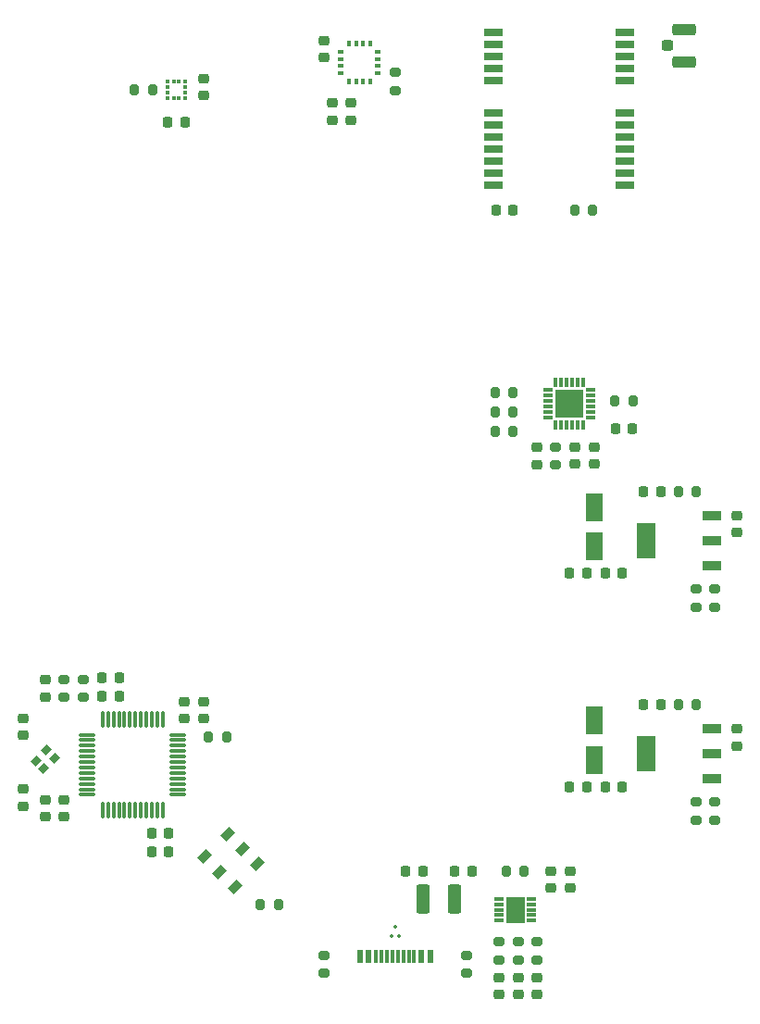
<source format=gbr>
%TF.GenerationSoftware,KiCad,Pcbnew,9.0.4*%
%TF.CreationDate,2025-09-22T08:36:52+02:00*%
%TF.ProjectId,SparrowCompass,53706172-726f-4774-936f-6d706173732e,rev?*%
%TF.SameCoordinates,Original*%
%TF.FileFunction,Paste,Top*%
%TF.FilePolarity,Positive*%
%FSLAX46Y46*%
G04 Gerber Fmt 4.6, Leading zero omitted, Abs format (unit mm)*
G04 Created by KiCad (PCBNEW 9.0.4) date 2025-09-22 08:36:52*
%MOMM*%
%LPD*%
G01*
G04 APERTURE LIST*
G04 Aperture macros list*
%AMRoundRect*
0 Rectangle with rounded corners*
0 $1 Rounding radius*
0 $2 $3 $4 $5 $6 $7 $8 $9 X,Y pos of 4 corners*
0 Add a 4 corners polygon primitive as box body*
4,1,4,$2,$3,$4,$5,$6,$7,$8,$9,$2,$3,0*
0 Add four circle primitives for the rounded corners*
1,1,$1+$1,$2,$3*
1,1,$1+$1,$4,$5*
1,1,$1+$1,$6,$7*
1,1,$1+$1,$8,$9*
0 Add four rect primitives between the rounded corners*
20,1,$1+$1,$2,$3,$4,$5,0*
20,1,$1+$1,$4,$5,$6,$7,0*
20,1,$1+$1,$6,$7,$8,$9,0*
20,1,$1+$1,$8,$9,$2,$3,0*%
%AMRotRect*
0 Rectangle, with rotation*
0 The origin of the aperture is its center*
0 $1 length*
0 $2 width*
0 $3 Rotation angle, in degrees counterclockwise*
0 Add horizontal line*
21,1,$1,$2,0,0,$3*%
G04 Aperture macros list end*
%ADD10RoundRect,0.225000X-0.250000X0.225000X-0.250000X-0.225000X0.250000X-0.225000X0.250000X0.225000X0*%
%ADD11RoundRect,0.100000X0.100000X-0.175000X0.100000X0.175000X-0.100000X0.175000X-0.100000X-0.175000X0*%
%ADD12RoundRect,0.100000X0.175000X-0.100000X0.175000X0.100000X-0.175000X0.100000X-0.175000X-0.100000X0*%
%ADD13RoundRect,0.200000X-0.275000X0.200000X-0.275000X-0.200000X0.275000X-0.200000X0.275000X0.200000X0*%
%ADD14RoundRect,0.225000X0.250000X-0.225000X0.250000X0.225000X-0.250000X0.225000X-0.250000X-0.225000X0*%
%ADD15RoundRect,0.225000X0.225000X0.250000X-0.225000X0.250000X-0.225000X-0.250000X0.225000X-0.250000X0*%
%ADD16RoundRect,0.218750X0.256250X-0.218750X0.256250X0.218750X-0.256250X0.218750X-0.256250X-0.218750X0*%
%ADD17RoundRect,0.200000X-0.200000X-0.275000X0.200000X-0.275000X0.200000X0.275000X-0.200000X0.275000X0*%
%ADD18RoundRect,0.250000X-0.375000X-1.075000X0.375000X-1.075000X0.375000X1.075000X-0.375000X1.075000X0*%
%ADD19RoundRect,0.218750X-0.256250X0.218750X-0.256250X-0.218750X0.256250X-0.218750X0.256250X0.218750X0*%
%ADD20RoundRect,0.075000X-0.075000X-0.075000X0.075000X-0.075000X0.075000X0.075000X-0.075000X0.075000X0*%
%ADD21RoundRect,0.225000X-0.225000X-0.250000X0.225000X-0.250000X0.225000X0.250000X-0.225000X0.250000X0*%
%ADD22RoundRect,0.250000X0.550000X-1.050000X0.550000X1.050000X-0.550000X1.050000X-0.550000X-1.050000X0*%
%ADD23RotRect,0.700000X0.750000X135.000000*%
%ADD24R,1.800000X0.900000*%
%ADD25R,1.800000X3.200000*%
%ADD26R,0.400000X0.400000*%
%ADD27RoundRect,0.250000X-0.275000X-0.250000X0.275000X-0.250000X0.275000X0.250000X-0.275000X0.250000X0*%
%ADD28RoundRect,0.250000X-0.850000X-0.275000X0.850000X-0.275000X0.850000X0.275000X-0.850000X0.275000X0*%
%ADD29R,0.850000X0.300000*%
%ADD30R,1.700000X2.450000*%
%ADD31RoundRect,0.200000X0.200000X0.275000X-0.200000X0.275000X-0.200000X-0.275000X0.200000X-0.275000X0*%
%ADD32RoundRect,0.200000X0.275000X-0.200000X0.275000X0.200000X-0.275000X0.200000X-0.275000X-0.200000X0*%
%ADD33RotRect,0.720000X1.080000X135.000000*%
%ADD34R,1.800000X0.800000*%
%ADD35RoundRect,0.218750X0.218750X0.256250X-0.218750X0.256250X-0.218750X-0.256250X0.218750X-0.256250X0*%
%ADD36R,0.600000X1.150000*%
%ADD37R,0.300000X1.150000*%
%ADD38RoundRect,0.075000X-0.662500X-0.075000X0.662500X-0.075000X0.662500X0.075000X-0.662500X0.075000X0*%
%ADD39RoundRect,0.075000X-0.075000X-0.662500X0.075000X-0.662500X0.075000X0.662500X-0.075000X0.662500X0*%
%ADD40R,0.300000X0.850000*%
%ADD41R,2.550000X2.550000*%
G04 APERTURE END LIST*
D10*
%TO.C,C29*%
X146000000Y-52300000D03*
X146000000Y-50750000D03*
%TD*%
D11*
%TO.C,U1*%
X145775000Y-48725000D03*
X146425000Y-48725000D03*
X147075000Y-48725000D03*
X147725000Y-48725000D03*
D12*
X148450000Y-48000000D03*
X148450000Y-47350000D03*
X148450000Y-46700000D03*
X148450000Y-46050000D03*
D11*
X147725000Y-45325000D03*
X147075000Y-45325000D03*
X146425000Y-45325000D03*
X145775000Y-45325000D03*
D12*
X145050000Y-46050000D03*
X145050000Y-46700000D03*
X145050000Y-47350000D03*
X145050000Y-48000000D03*
%TD*%
D13*
%TO.C,R24*%
X150000000Y-47950000D03*
X150000000Y-49600000D03*
%TD*%
D10*
%TO.C,C31*%
X144250000Y-50750000D03*
X144250000Y-52300000D03*
%TD*%
D14*
%TO.C,C30*%
X143500000Y-46550000D03*
X143500000Y-45000000D03*
%TD*%
D15*
%TO.C,C1*%
X152525000Y-121000000D03*
X150975000Y-121000000D03*
%TD*%
%TO.C,C24*%
X129275000Y-117500000D03*
X127725000Y-117500000D03*
%TD*%
D16*
%TO.C,D4*%
X162950000Y-83787500D03*
X162950000Y-82212500D03*
%TD*%
D17*
%TO.C,R15*%
X159125000Y-80750000D03*
X160775000Y-80750000D03*
%TD*%
D18*
%TO.C,L1*%
X152600000Y-123500000D03*
X155400000Y-123500000D03*
%TD*%
D19*
%TO.C,D2*%
X161250000Y-130712500D03*
X161250000Y-132287500D03*
%TD*%
D17*
%TO.C,R12*%
X126175000Y-49500000D03*
X127825000Y-49500000D03*
%TD*%
D10*
%TO.C,C17*%
X166450000Y-82225000D03*
X166450000Y-83775000D03*
%TD*%
D19*
%TO.C,D1*%
X159500000Y-130712500D03*
X159500000Y-132287500D03*
%TD*%
D17*
%TO.C,R6*%
X160175000Y-121000000D03*
X161825000Y-121000000D03*
%TD*%
D20*
%TO.C,U2*%
X149650000Y-126925000D03*
X150350000Y-126925000D03*
X150000000Y-126075000D03*
%TD*%
D13*
%TO.C,R20*%
X121500000Y-103425000D03*
X121500000Y-105075000D03*
%TD*%
D14*
%TO.C,C21*%
X130750000Y-107025000D03*
X130750000Y-105475000D03*
%TD*%
D15*
%TO.C,C15*%
X160775000Y-60500000D03*
X159225000Y-60500000D03*
%TD*%
D21*
%TO.C,C11*%
X169225000Y-113250000D03*
X170775000Y-113250000D03*
%TD*%
D13*
%TO.C,R21*%
X119750000Y-103425000D03*
X119750000Y-105075000D03*
%TD*%
D15*
%TO.C,C9*%
X167525000Y-93750000D03*
X165975000Y-93750000D03*
%TD*%
D22*
%TO.C,C7*%
X168250000Y-91300000D03*
X168250000Y-87700000D03*
%TD*%
D23*
%TO.C,Y1*%
X117876256Y-111580850D03*
X118830850Y-110626256D03*
X118123744Y-109919150D03*
X117169150Y-110873744D03*
%TD*%
D14*
%TO.C,C3*%
X166000000Y-122525000D03*
X166000000Y-120975000D03*
%TD*%
D10*
%TO.C,C5*%
X181250000Y-88475000D03*
X181250000Y-90025000D03*
%TD*%
D24*
%TO.C,PS2*%
X179000000Y-93050000D03*
X179000000Y-90750000D03*
X179000000Y-88450000D03*
D25*
X173000000Y-90750000D03*
%TD*%
D14*
%TO.C,C22*%
X132480000Y-107025000D03*
X132480000Y-105475000D03*
%TD*%
D26*
%TO.C,IC2*%
X129200000Y-48750000D03*
X129200000Y-49250000D03*
X129200000Y-49750000D03*
X129200000Y-50250000D03*
X129750000Y-50250000D03*
X130250000Y-50250000D03*
X130800000Y-50250000D03*
X130800000Y-49750000D03*
X130800000Y-49250000D03*
X130800000Y-48750000D03*
X130250000Y-48750000D03*
X129750000Y-48750000D03*
%TD*%
D27*
%TO.C,J2*%
X174950000Y-45500000D03*
D28*
X176475000Y-44025000D03*
X176475000Y-46975000D03*
%TD*%
D21*
%TO.C,C20*%
X123225000Y-105000000D03*
X124775000Y-105000000D03*
%TD*%
D15*
%TO.C,C23*%
X129275000Y-119250000D03*
X127725000Y-119250000D03*
%TD*%
D10*
%TO.C,C18*%
X118020000Y-114475000D03*
X118020000Y-116025000D03*
%TD*%
D14*
%TO.C,C27*%
X116000000Y-108525000D03*
X116000000Y-106975000D03*
%TD*%
D29*
%TO.C,IC6*%
X159500000Y-123500000D03*
X159500000Y-124000000D03*
X159500000Y-124500000D03*
X159500000Y-125000000D03*
X159500000Y-125500000D03*
X162500000Y-125500000D03*
X162500000Y-125000000D03*
X162500000Y-124500000D03*
X162500000Y-124000000D03*
X162500000Y-123500000D03*
D30*
X161000000Y-124500000D03*
%TD*%
D14*
%TO.C,C26*%
X116000000Y-115025000D03*
X116000000Y-113475000D03*
%TD*%
D31*
%TO.C,R23*%
X177575000Y-86250000D03*
X175925000Y-86250000D03*
%TD*%
D14*
%TO.C,C6*%
X164250000Y-122525000D03*
X164250000Y-120975000D03*
%TD*%
D10*
%TO.C,C25*%
X119750000Y-114475000D03*
X119750000Y-116025000D03*
%TD*%
D32*
%TO.C,R4*%
X161250000Y-129075000D03*
X161250000Y-127425000D03*
%TD*%
D13*
%TO.C,R8*%
X177500000Y-95175000D03*
X177500000Y-96825000D03*
%TD*%
D21*
%TO.C,C28*%
X170175000Y-80500000D03*
X171725000Y-80500000D03*
%TD*%
D33*
%TO.C,IC4*%
X132567553Y-119660589D03*
X133953482Y-121046518D03*
X135339411Y-122432447D03*
X137432447Y-120339411D03*
X136046518Y-118953482D03*
X134660589Y-117567553D03*
%TD*%
D34*
%TO.C,IC1*%
X171000000Y-58250000D03*
X171000000Y-57150000D03*
X171000000Y-56050000D03*
X171000000Y-54950000D03*
X171000000Y-53850000D03*
X171000000Y-52750000D03*
X171000000Y-51650000D03*
X171000000Y-48650000D03*
X171000000Y-47550000D03*
X171000000Y-46450000D03*
X171000000Y-45350000D03*
X171000000Y-44250000D03*
X159000000Y-44250000D03*
X159000000Y-45350000D03*
X159000000Y-46450000D03*
X159000000Y-47550000D03*
X159000000Y-48650000D03*
X159000000Y-51650000D03*
X159000000Y-52750000D03*
X159000000Y-53850000D03*
X159000000Y-54950000D03*
X159000000Y-56050000D03*
X159000000Y-57150000D03*
X159000000Y-58250000D03*
%TD*%
D13*
%TO.C,R9*%
X177500000Y-114675000D03*
X177500000Y-116325000D03*
%TD*%
D31*
%TO.C,R22*%
X177575000Y-105750000D03*
X175925000Y-105750000D03*
%TD*%
D19*
%TO.C,D3*%
X163000000Y-130712500D03*
X163000000Y-132287500D03*
%TD*%
D13*
%TO.C,R5*%
X163000000Y-127425000D03*
X163000000Y-129075000D03*
%TD*%
D21*
%TO.C,C13*%
X129225000Y-52500000D03*
X130775000Y-52500000D03*
%TD*%
D35*
%TO.C,D7*%
X174287500Y-86250000D03*
X172712500Y-86250000D03*
%TD*%
D31*
%TO.C,R16*%
X171775000Y-78000000D03*
X170125000Y-78000000D03*
%TD*%
D17*
%TO.C,R13*%
X166425000Y-60500000D03*
X168075000Y-60500000D03*
%TD*%
D13*
%TO.C,R10*%
X179250000Y-114675000D03*
X179250000Y-116325000D03*
%TD*%
D21*
%TO.C,C19*%
X123225000Y-103250000D03*
X124775000Y-103250000D03*
%TD*%
D36*
%TO.C,J3*%
X146800000Y-128745000D03*
X147600000Y-128745000D03*
D37*
X148750000Y-128745000D03*
X149750000Y-128745000D03*
X150250000Y-128745000D03*
X151250000Y-128745000D03*
D36*
X153200000Y-128745000D03*
X152400000Y-128745000D03*
D37*
X151750000Y-128745000D03*
X150750000Y-128745000D03*
X149250000Y-128745000D03*
X148250000Y-128745000D03*
%TD*%
D22*
%TO.C,C10*%
X168250000Y-110800000D03*
X168250000Y-107200000D03*
%TD*%
D13*
%TO.C,R7*%
X179250000Y-95175000D03*
X179250000Y-96825000D03*
%TD*%
D21*
%TO.C,C2*%
X155475000Y-121000000D03*
X157025000Y-121000000D03*
%TD*%
D10*
%TO.C,C14*%
X132500000Y-48475000D03*
X132500000Y-50025000D03*
%TD*%
D17*
%TO.C,R14*%
X137675000Y-124000000D03*
X139325000Y-124000000D03*
%TD*%
D10*
%TO.C,C4*%
X181250000Y-107975000D03*
X181250000Y-109525000D03*
%TD*%
D13*
%TO.C,R3*%
X159500000Y-127425000D03*
X159500000Y-129075000D03*
%TD*%
D17*
%TO.C,R19*%
X159125000Y-77250000D03*
X160775000Y-77250000D03*
%TD*%
D13*
%TO.C,R1*%
X156500000Y-128675000D03*
X156500000Y-130325000D03*
%TD*%
D24*
%TO.C,PS1*%
X179000000Y-112550000D03*
X179000000Y-110250000D03*
X179000000Y-107950000D03*
D25*
X173000000Y-110250000D03*
%TD*%
D15*
%TO.C,C12*%
X167525000Y-113250000D03*
X165975000Y-113250000D03*
%TD*%
D17*
%TO.C,R18*%
X159125000Y-79000000D03*
X160775000Y-79000000D03*
%TD*%
D31*
%TO.C,R11*%
X134575000Y-108750000D03*
X132925000Y-108750000D03*
%TD*%
D38*
%TO.C,U3*%
X121837500Y-108500000D03*
X121837500Y-109000000D03*
X121837500Y-109500000D03*
X121837500Y-110000000D03*
X121837500Y-110500000D03*
X121837500Y-111000000D03*
X121837500Y-111500000D03*
X121837500Y-112000000D03*
X121837500Y-112500000D03*
X121837500Y-113000000D03*
X121837500Y-113500000D03*
X121837500Y-114000000D03*
D39*
X123250000Y-115412500D03*
X123750000Y-115412500D03*
X124250000Y-115412500D03*
X124750000Y-115412500D03*
X125250000Y-115412500D03*
X125750000Y-115412500D03*
X126250000Y-115412500D03*
X126750000Y-115412500D03*
X127250000Y-115412500D03*
X127750000Y-115412500D03*
X128250000Y-115412500D03*
X128750000Y-115412500D03*
D38*
X130162500Y-114000000D03*
X130162500Y-113500000D03*
X130162500Y-113000000D03*
X130162500Y-112500000D03*
X130162500Y-112000000D03*
X130162500Y-111500000D03*
X130162500Y-111000000D03*
X130162500Y-110500000D03*
X130162500Y-110000000D03*
X130162500Y-109500000D03*
X130162500Y-109000000D03*
X130162500Y-108500000D03*
D39*
X128750000Y-107087500D03*
X128250000Y-107087500D03*
X127750000Y-107087500D03*
X127250000Y-107087500D03*
X126750000Y-107087500D03*
X126250000Y-107087500D03*
X125750000Y-107087500D03*
X125250000Y-107087500D03*
X124750000Y-107087500D03*
X124250000Y-107087500D03*
X123750000Y-107087500D03*
X123250000Y-107087500D03*
%TD*%
D35*
%TO.C,D6*%
X174287500Y-105750000D03*
X172712500Y-105750000D03*
%TD*%
D40*
%TO.C,IC3*%
X167200000Y-76300000D03*
X166700000Y-76300000D03*
X166200000Y-76300000D03*
X165700000Y-76300000D03*
X165200000Y-76300000D03*
X164700000Y-76300000D03*
D29*
X164000000Y-77000000D03*
X164000000Y-77500000D03*
X164000000Y-78000000D03*
X164000000Y-78500000D03*
X164000000Y-79000000D03*
X164000000Y-79500000D03*
D40*
X164700000Y-80200000D03*
X165200000Y-80200000D03*
X165700000Y-80200000D03*
X166200000Y-80200000D03*
X166700000Y-80200000D03*
X167200000Y-80200000D03*
D29*
X167900000Y-79500000D03*
X167900000Y-79000000D03*
X167900000Y-78500000D03*
X167900000Y-78000000D03*
X167900000Y-77500000D03*
X167900000Y-77000000D03*
D41*
X165950000Y-78250000D03*
%TD*%
D10*
%TO.C,C16*%
X168200000Y-82225000D03*
X168200000Y-83775000D03*
%TD*%
D13*
%TO.C,R17*%
X164700000Y-82175000D03*
X164700000Y-83825000D03*
%TD*%
%TO.C,R2*%
X143500000Y-128675000D03*
X143500000Y-130325000D03*
%TD*%
D21*
%TO.C,C8*%
X169225000Y-93750000D03*
X170775000Y-93750000D03*
%TD*%
D16*
%TO.C,D5*%
X118000000Y-105037500D03*
X118000000Y-103462500D03*
%TD*%
M02*

</source>
